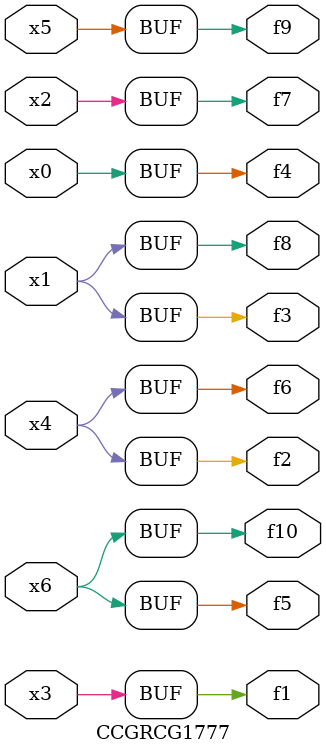
<source format=v>
module CCGRCG1777(
	input x0, x1, x2, x3, x4, x5, x6,
	output f1, f2, f3, f4, f5, f6, f7, f8, f9, f10
);
	assign f1 = x3;
	assign f2 = x4;
	assign f3 = x1;
	assign f4 = x0;
	assign f5 = x6;
	assign f6 = x4;
	assign f7 = x2;
	assign f8 = x1;
	assign f9 = x5;
	assign f10 = x6;
endmodule

</source>
